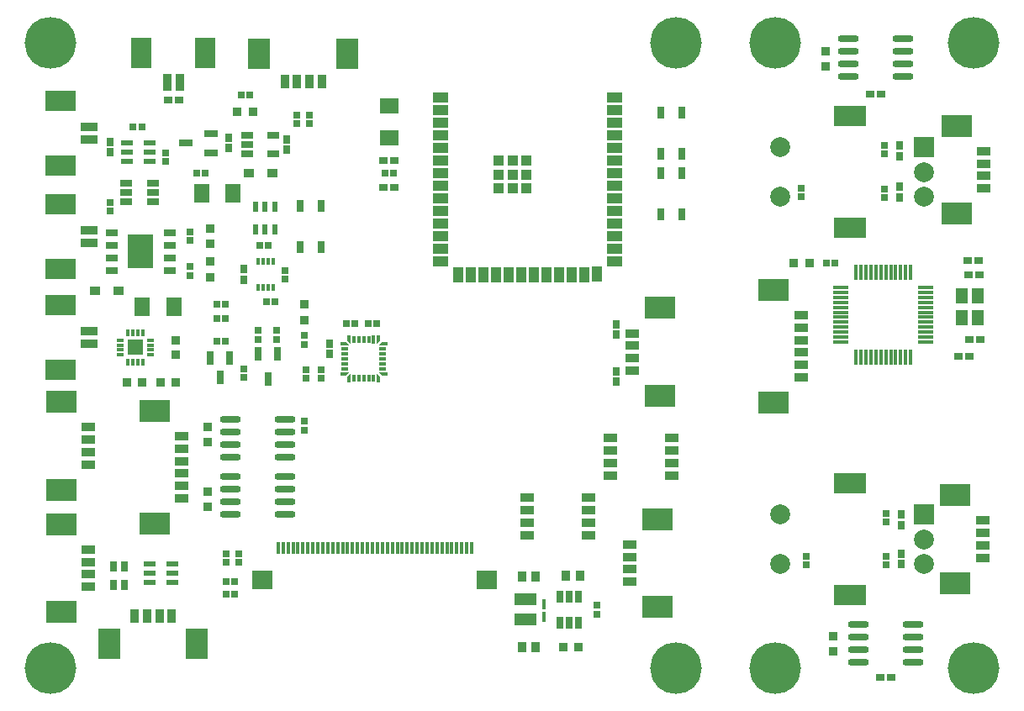
<source format=gts>
G04 Layer: TopSolderMaskLayer*
G04 EasyEDA Pro v1.9.29, 2023-05-19 09:05:19*
G04 Gerber Generator version 0.3*
G04 Scale: 100 percent, Rotated: No, Reflected: No*
G04 Dimensions in millimeters*
G04 Leading zeros omitted, absolute positions, 3 integers and 3 decimals*
%FSLAX33Y33*%
%MOMM*%
%AMPolygonMacro1*4,1,8,-0.200012,-0.350012,-0.200012,0.350012,-0.15,0.400025,0.15,0.400025,0.200012,0.350012,0.200012,-0.350012,0.15,-0.400025,-0.15,-0.400025,-0.200012,-0.350012,0*%
%AMPolygonMacro2*4,1,12,-0.200025,-0.33749,-0.200025,0.33749,-0.150012,0.387502,-0.100025,0.387502,-0.064663,0.372856,-0.064663,0.372856,0.185375,0.122844,0.185375,0.122844,0.200025,0.087478,0.200025,-0.33749,0.150012,-0.387502,-0.150012,-0.387502,-0.200025,-0.33749,0*%
%AMPolygonMacro3*4,1,10,-0.122882,-0.185375,-0.372894,0.064663,-0.38754,0.100025,-0.38754,0.150012,-0.337528,0.200025,0.337528,0.200025,0.38754,0.150012,0.38754,-0.150012,0.337528,-0.200025,-0.087516,-0.200025,-0.122882,-0.185375,0*%
%AMPolygonMacro4*4,1,11,-0.200038,-0.337528,-0.200038,0.337528,-0.150025,0.38754,0.15,0.38754,0.200012,0.337531,0.200038,-0.087513,0.200038,-0.087516,0.185388,-0.122882,-0.06465,-0.372894,-0.100013,-0.38754,-0.150025,-0.38754,-0.200038,-0.337528,0*%
%AMPolygonMacro5*4,1,13,0.33749,-0.200025,0.337488,-0.200025,-0.337492,-0.2,-0.387502,-0.149987,-0.387502,-0.100025,-0.372856,-0.064663,-0.372856,-0.064663,-0.122844,0.185375,-0.122844,0.185375,-0.087478,0.200025,0.33749,0.200025,0.387502,0.150012,0.387502,-0.150012,0.33749,-0.200025,0*%
%AMPolygonMacro6*4,1,10,-0.38754,-0.150012,-0.38754,0.150012,-0.337528,0.200025,0.087516,0.200025,0.122882,0.185375,0.372894,-0.064663,0.38754,-0.100025,0.38754,-0.150012,0.337528,-0.200025,-0.337528,-0.200025,-0.38754,-0.150012,0*%
%AMPolygonMacro7*4,1,12,0.064663,-0.372856,0.064663,-0.372856,-0.185375,-0.122844,-0.185375,-0.122844,-0.200025,-0.087478,-0.200025,0.33749,-0.150012,0.387502,0.150012,0.387502,0.200025,0.33749,0.200025,-0.33749,0.150012,-0.387502,0.100025,-0.387502,0.064663,-0.372856,0*%
%AMPolygonMacro8*4,1,10,0.150012,-0.38754,-0.150012,-0.38754,-0.200025,-0.337528,-0.200025,0.087516,-0.185375,0.122882,0.064663,0.372894,0.100025,0.38754,0.150012,0.38754,0.200025,0.337528,0.200025,-0.337528,0.150012,-0.38754,0*%
%AMPolygonMacro9*4,1,12,-0.387502,-0.150012,-0.387502,0.150012,-0.33749,0.200025,0.33749,0.200025,0.387502,0.150012,0.387502,0.100025,0.372856,0.064663,0.372856,0.064663,0.122844,-0.185375,0.122844,-0.185375,0.087478,-0.200025,-0.33749,-0.200025,-0.387502,-0.150012,0*%
%ADD10R,1.600022X1.000023*%
%ADD11R,1.000023X1.600022*%
%ADD12R,1.600022X1.000023*%
%ADD13R,1.001598X1.001598*%
%ADD14R,1.829587X1.586611*%
%ADD15R,0.891692X0.641604*%
%ADD16R,0.400025X1.300023*%
%ADD17R,2.100021X1.900022*%
%ADD18R,0.6432X0.667258*%
%ADD19R,0.641604X0.667258*%
%ADD20R,0.667258X0.641604*%
%ADD21R,0.891692X0.641604*%
%ADD22R,0.801599X1.151611*%
%ADD23R,1.25161X1.501597*%
%ADD24R,1.201598X0.801599*%
%ADD25R,1.201598X0.801599*%
%ADD26R,0.641604X0.891692*%
%ADD27R,1.35161X0.801599*%
%ADD28R,1.101598X0.851611*%
%ADD29R,0.667258X0.641604*%
%ADD30R,1.586611X1.829587*%
%ADD31R,1.301598X0.701599*%
%ADD32R,2.501595X3.401593*%
%ADD33R,0.901598X0.901598*%
%ADD34R,0.641604X0.667258*%
%ADD35R,0.667258X0.641604*%
%ADD36R,1.173607X0.633603*%
%ADD37R,0.702005X1.202004*%
%ADD38R,2.301596X1.301598*%
%ADD39R,0.461594X1.031596*%
%ADD40R,0.901598X1.001598*%
%ADD41R,0.901598X1.001598*%
%ADD42R,0.908075X0.965606*%
%ADD43O,1.600022X0.370027*%
%ADD44O,0.370027X1.600022*%
%ADD45C,5.2032*%
%ADD46R,1.999996X1.999996*%
%ADD47C,1.999996*%
%ADD48R,3.199994X1.999996*%
%ADD49R,1.701597X0.901598*%
%ADD50R,3.101594X2.101596*%
%ADD51R,1.401597X0.901598*%
%ADD52R,3.101594X2.201596*%
%ADD53R,0.701599X0.351612*%
%ADD54R,0.351612X0.701599*%
%ADD55R,0.701599X0.351612*%
%ADD56R,0.351612X0.701599*%
%ADD57R,1.601597X1.601597*%
%ADD58R,0.965606X0.908075*%
%ADD59R,1.586611X1.829587*%
%ADD60R,0.908075X0.965606*%
%ADD61R,0.901598X1.401597*%
%ADD62R,2.201596X3.101594*%
%ADD63R,0.800024X0.400025*%
%ADD64R,0.400025X0.800024*%
%ADD65R,1.401597X0.901598*%
%ADD66R,3.101594X2.201596*%
%ADD67R,0.641604X0.891692*%
%ADD68R,0.633603X1.09159*%
%ADD69R,0.361594X0.801599*%
%ADD70R,0.901598X1.701597*%
%ADD71R,2.101596X3.101594*%
%ADD72R,1.35161X0.8636*%
%ADD73R,3.101594X2.201596*%
%ADD74R,1.401597X0.901598*%
%ADD75O,2.137105X0.675589*%
%ADD76R,0.965606X0.908075*%
%ADD77R,0.801599X1.151611*%
%ADD78R,0.801599X1.35161*%
%ADD79R,0.801599X1.35161*%
%ADD80R,1.202004X0.702005*%
%ADD81R,0.901598X0.901598*%
%ADD82R,1.101598X0.851611*%
%ADD83R,0.901598X1.401597*%
%ADD84R,2.201596X3.101594*%
%ADD85R,0.901598X0.901598*%
%ADD86R,0.801599X1.001598*%
%ADD87PolygonMacro1*%
%ADD88PolygonMacro2*%
%ADD89PolygonMacro3*%
%ADD90PolygonMacro4*%
%ADD91PolygonMacro5*%
%ADD92PolygonMacro6*%
%ADD93PolygonMacro7*%
%ADD94PolygonMacro8*%
%ADD95PolygonMacro9*%
G75*


G04 Pad Start*
G54D10*
G01X44336Y-10536D03*
G01X44336Y-11806D03*
G01X44336Y-13076D03*
G01X44336Y-14346D03*
G01X44336Y-15616D03*
G01X44336Y-16886D03*
G01X44336Y-18156D03*
G01X44336Y-19426D03*
G01X44336Y-20696D03*
G01X44336Y-21966D03*
G01X44336Y-23236D03*
G01X44336Y-24506D03*
G01X44336Y-25776D03*
G01X44336Y-27046D03*
G54D11*
G01X46101Y-28326D03*
G01X47371Y-28326D03*
G01X48641Y-28326D03*
G01X49911Y-28326D03*
G01X51181Y-28326D03*
G01X52451Y-28326D03*
G01X53721Y-28326D03*
G01X54991Y-28326D03*
G01X56261Y-28326D03*
G01X57531Y-28326D03*
G01X58801Y-28326D03*
G01X60071Y-28296D03*
G54D12*
G01X61836Y-27046D03*
G01X61836Y-25776D03*
G01X61836Y-24506D03*
G01X61836Y-23236D03*
G01X61836Y-21966D03*
G01X61836Y-20696D03*
G01X61836Y-19426D03*
G01X61836Y-18156D03*
G01X61836Y-16886D03*
G01X61836Y-15616D03*
G01X61836Y-14346D03*
G01X61836Y-13076D03*
G01X61836Y-11806D03*
G01X61836Y-10536D03*
G54D13*
G01X52986Y-19656D03*
G01X51586Y-19656D03*
G01X50186Y-19656D03*
G01X50186Y-16856D03*
G01X51586Y-16856D03*
G01X52986Y-16856D03*
G01X52986Y-18256D03*
G01X50186Y-18256D03*
G01X51586Y-18256D03*
G54D14*
G01X39116Y-14547D03*
G01X39116Y-11361D03*
G54D15*
G01X38571Y-16891D03*
G01X39661Y-16891D03*
G54D16*
G01X27950Y-55875D03*
G01X28450Y-55875D03*
G01X28950Y-55875D03*
G01X29450Y-55875D03*
G01X29950Y-55875D03*
G01X30450Y-55875D03*
G01X30950Y-55875D03*
G01X31450Y-55875D03*
G01X31950Y-55875D03*
G01X32450Y-55875D03*
G01X32950Y-55875D03*
G01X33450Y-55875D03*
G01X33950Y-55875D03*
G01X34450Y-55875D03*
G01X34950Y-55875D03*
G01X35450Y-55875D03*
G01X35950Y-55875D03*
G01X36450Y-55875D03*
G01X36950Y-55875D03*
G01X37450Y-55875D03*
G01X37950Y-55875D03*
G01X38450Y-55875D03*
G01X38950Y-55875D03*
G01X39450Y-55875D03*
G01X39950Y-55875D03*
G01X40450Y-55875D03*
G01X40950Y-55875D03*
G01X41450Y-55875D03*
G01X41950Y-55875D03*
G01X42450Y-55875D03*
G01X42950Y-55875D03*
G01X43450Y-55875D03*
G01X43950Y-55875D03*
G01X44450Y-55875D03*
G01X44950Y-55875D03*
G01X45450Y-55875D03*
G01X45950Y-55875D03*
G01X46450Y-55875D03*
G01X46950Y-55875D03*
G01X47450Y-55875D03*
G54D17*
G01X26400Y-59125D03*
G01X49000Y-59125D03*
G54D19*
G01X30734Y-38787D03*
G01X30734Y-37921D03*
G54D20*
G01X38683Y-18161D03*
G01X39549Y-18161D03*
G54D21*
G01X39661Y-19558D03*
G01X38571Y-19558D03*
G54D22*
G01X68639Y-11997D03*
G01X68639Y-16197D03*
G01X66489Y-11997D03*
G01X66489Y-16197D03*
G01X68639Y-18093D03*
G01X68639Y-22293D03*
G01X66489Y-18093D03*
G01X66489Y-22293D03*
G54D19*
G01X31115Y-13133D03*
G01X31115Y-12267D03*
G01X29845Y-13133D03*
G01X29845Y-12267D03*
G54D20*
G01X22681Y-59309D03*
G01X23547Y-59309D03*
G01X22681Y-60579D03*
G01X23547Y-60579D03*
G54D23*
G01X96821Y-32659D03*
G01X96821Y-30460D03*
G01X98421Y-30460D03*
G01X98421Y-32659D03*
G54D15*
G01X97583Y-34861D03*
G01X98674Y-34861D03*
G54D21*
G01X98547Y-28384D03*
G01X97456Y-28384D03*
G54D24*
G01X24868Y-14289D03*
G01X24868Y-15239D03*
G01X24868Y-16191D03*
G54D25*
G01X27456Y-16191D03*
G01X27456Y-14291D03*
G54D26*
G01X28829Y-15785D03*
G01X28829Y-14695D03*
G54D27*
G01X18689Y-15113D03*
G01X21189Y-14163D03*
G01X21189Y-16063D03*
G54D26*
G01X22987Y-15621D03*
G01X22987Y-14531D03*
G54D28*
G01X24989Y-18161D03*
G01X27335Y-18161D03*
G54D29*
G01X19760Y-18161D03*
G01X20626Y-18161D03*
G54D30*
G01X23437Y-20193D03*
G01X20251Y-20193D03*
G54D31*
G01X11189Y-24130D03*
G01X11189Y-25400D03*
G01X11189Y-26670D03*
G01X11189Y-27940D03*
G01X17005Y-27940D03*
G01X17005Y-26670D03*
G01X17005Y-25400D03*
G01X17005Y-24130D03*
G54D32*
G01X14097Y-26035D03*
G54D33*
G01X21079Y-27014D03*
G01X21085Y-28612D03*
G01X21082Y-25273D03*
G01X21075Y-23674D03*
G54D34*
G01X19050Y-24026D03*
G01X19050Y-24892D03*
G54D19*
G01X19050Y-28425D03*
G01X19050Y-27559D03*
G01X24003Y-57329D03*
G01X24003Y-56463D03*
G01X22733Y-57329D03*
G01X22733Y-56463D03*
G54D34*
G01X32258Y-37921D03*
G01X32258Y-38787D03*
G54D20*
G01X34821Y-33274D03*
G01X35687Y-33274D03*
G54D35*
G01X37898Y-33274D03*
G01X37032Y-33274D03*
G54D36*
G01X14980Y-59370D03*
G01X14980Y-58420D03*
G01X14980Y-57470D03*
G01X17278Y-57470D03*
G01X17278Y-58420D03*
G01X17278Y-59370D03*
G54D37*
G01X58227Y-63453D03*
G01X57277Y-63453D03*
G01X56327Y-63453D03*
G01X56327Y-60753D03*
G01X57277Y-60753D03*
G01X58227Y-60753D03*
G54D38*
G01X52832Y-63119D03*
G01X52832Y-61063D03*
G54D39*
G01X54737Y-62865D03*
G01X54737Y-61595D03*
G54D19*
G01X60071Y-62536D03*
G01X60071Y-61670D03*
G54D40*
G01X53913Y-58801D03*
G01X52513Y-58801D03*
G01X53913Y-65913D03*
G01X52513Y-65913D03*
G54D41*
G01X56958Y-58674D03*
G01X58358Y-58674D03*
G54D42*
G01X58166Y-65913D03*
G01X56659Y-65913D03*
G54D43*
G01X93150Y-35135D03*
G01X93150Y-34635D03*
G01X93150Y-34135D03*
G01X93150Y-33635D03*
G01X93150Y-33135D03*
G01X93150Y-32635D03*
G01X93150Y-32135D03*
G01X93150Y-31635D03*
G01X93150Y-31135D03*
G01X93150Y-30635D03*
G01X93150Y-30135D03*
G01X93150Y-29635D03*
G54D44*
G01X91650Y-28135D03*
G01X91150Y-28135D03*
G01X90650Y-28135D03*
G01X90150Y-28135D03*
G01X89650Y-28135D03*
G01X89150Y-28135D03*
G01X88650Y-28135D03*
G01X88150Y-28135D03*
G01X87650Y-28135D03*
G01X87150Y-28135D03*
G01X86650Y-28135D03*
G01X86150Y-28135D03*
G54D43*
G01X84650Y-29635D03*
G01X84650Y-30135D03*
G01X84650Y-30635D03*
G01X84650Y-31135D03*
G01X84650Y-31635D03*
G01X84650Y-32135D03*
G01X84650Y-32635D03*
G01X84650Y-33135D03*
G01X84650Y-33635D03*
G01X84650Y-34135D03*
G01X84650Y-34635D03*
G01X84650Y-35135D03*
G54D44*
G01X86150Y-36635D03*
G01X86650Y-36635D03*
G01X87150Y-36635D03*
G01X87650Y-36635D03*
G01X88150Y-36635D03*
G01X88650Y-36635D03*
G01X89150Y-36635D03*
G01X89650Y-36635D03*
G01X90150Y-36635D03*
G01X90650Y-36635D03*
G01X91150Y-36635D03*
G01X91650Y-36635D03*
G54D45*
G01X5000Y-5000D03*
G01X68000Y-5000D03*
G01X5000Y-68000D03*
G01X68000Y-68000D03*
G54D46*
G01X93000Y-52500D03*
G54D47*
G01X93000Y-57500D03*
G01X93000Y-55000D03*
G54D48*
G01X85500Y-49400D03*
G01X85500Y-60600D03*
G54D47*
G01X78500Y-57500D03*
G01X78500Y-52500D03*
G54D46*
G01X93000Y-15500D03*
G54D47*
G01X93000Y-20500D03*
G01X93000Y-18000D03*
G54D48*
G01X85500Y-12400D03*
G01X85500Y-23600D03*
G54D47*
G01X78500Y-20500D03*
G01X78500Y-15500D03*
G54D49*
G01X8943Y-14727D03*
G01X8943Y-13467D03*
G54D50*
G01X6043Y-10867D03*
G01X6043Y-17327D03*
G54D51*
G01X8868Y-56037D03*
G01X8868Y-57287D03*
G01X8868Y-58537D03*
G01X8868Y-59787D03*
G54D52*
G01X6118Y-62337D03*
G01X6118Y-53487D03*
G54D53*
G01X15089Y-36435D03*
G01X15089Y-35935D03*
G01X15089Y-35435D03*
G01X15089Y-34935D03*
G54D54*
G01X14337Y-34187D03*
G01X13837Y-34187D03*
G01X13337Y-34187D03*
G01X12837Y-34187D03*
G54D55*
G01X12089Y-34937D03*
G01X12089Y-35437D03*
G01X12089Y-35937D03*
G01X12089Y-36435D03*
G54D56*
G01X12837Y-37187D03*
G01X13337Y-37187D03*
G01X13837Y-37187D03*
G01X14337Y-37187D03*
G54D57*
G01X13589Y-35687D03*
G54D58*
G01X17653Y-34934D03*
G01X17653Y-36440D03*
G54D59*
G01X14282Y-31623D03*
G01X17468Y-31623D03*
G54D49*
G01X8943Y-35301D03*
G01X8943Y-34041D03*
G54D50*
G01X6043Y-31441D03*
G01X6043Y-37901D03*
G54D60*
G01X16138Y-39243D03*
G01X17644Y-39243D03*
G01X12709Y-39243D03*
G01X14215Y-39243D03*
G54D61*
G01X32355Y-8868D03*
G01X31105Y-8868D03*
G01X29855Y-8868D03*
G01X28605Y-8868D03*
G54D62*
G01X26055Y-6118D03*
G01X34905Y-6118D03*
G54D63*
G01X34651Y-35830D03*
G01X34651Y-36330D03*
G01X34651Y-36830D03*
G01X34651Y-37330D03*
G01X34651Y-37830D03*
G54D64*
G01X35576Y-38755D03*
G01X36076Y-38755D03*
G01X36576Y-38755D03*
G01X37076Y-38755D03*
G01X37576Y-38755D03*
G54D63*
G01X38501Y-37830D03*
G01X38501Y-37330D03*
G01X38501Y-36830D03*
G01X38501Y-36330D03*
G01X38501Y-35830D03*
G54D64*
G01X37076Y-34905D03*
G01X36576Y-34905D03*
G01X36076Y-34905D03*
G01X35576Y-34905D03*
G54D65*
G01X63395Y-59279D03*
G01X63395Y-58029D03*
G01X63395Y-56779D03*
G01X63395Y-55529D03*
G54D66*
G01X66145Y-52979D03*
G01X66145Y-61829D03*
G54D45*
G01X78000Y-5000D03*
G01X98000Y-5000D03*
G01X78000Y-68000D03*
G01X98000Y-68000D03*
G54D21*
G01X17944Y-10795D03*
G01X16854Y-10795D03*
G54D19*
G01X28669Y-28787D03*
G01X28669Y-27922D03*
G54D67*
G01X24478Y-27772D03*
G01X24478Y-28862D03*
G54D35*
G01X26942Y-25433D03*
G01X26077Y-25433D03*
G54D68*
G01X25687Y-23784D03*
G01X26637Y-23784D03*
G01X27587Y-23784D03*
G01X27587Y-21494D03*
G01X26637Y-21494D03*
G01X25687Y-21494D03*
G54D69*
G01X27420Y-26971D03*
G01X26920Y-26971D03*
G01X26420Y-26971D03*
G01X25920Y-26971D03*
G01X25920Y-29671D03*
G01X26420Y-29671D03*
G01X26920Y-29671D03*
G01X27420Y-29671D03*
G54D70*
G01X16769Y-8943D03*
G01X18029Y-8943D03*
G54D71*
G01X20629Y-6043D03*
G01X14169Y-6043D03*
G54D51*
G01X8868Y-43718D03*
G01X8868Y-44968D03*
G01X8868Y-46218D03*
G01X8868Y-47468D03*
G54D52*
G01X6118Y-50018D03*
G01X6118Y-41168D03*
G54D35*
G01X27611Y-31115D03*
G01X26745Y-31115D03*
G54D72*
G01X61441Y-44831D03*
G01X67591Y-44831D03*
G01X67591Y-48641D03*
G01X61441Y-48641D03*
G01X61441Y-47371D03*
G01X67591Y-47371D03*
G01X67591Y-46101D03*
G01X61441Y-46101D03*
G54D65*
G01X63621Y-38004D03*
G01X63621Y-36753D03*
G01X63621Y-35503D03*
G01X63621Y-34253D03*
G54D66*
G01X66371Y-31703D03*
G01X66371Y-40553D03*
G54D26*
G01X61976Y-34417D03*
G01X61976Y-33327D03*
G54D67*
G01X61976Y-38063D03*
G01X61976Y-39153D03*
G54D73*
G01X15516Y-53427D03*
G01X15516Y-42077D03*
G54D74*
G01X18266Y-50877D03*
G01X18266Y-49627D03*
G01X18266Y-48377D03*
G01X18266Y-47127D03*
G01X18266Y-45877D03*
G01X18266Y-44627D03*
G54D75*
G01X28665Y-52462D03*
G01X28665Y-51192D03*
G01X28665Y-49922D03*
G01X28665Y-48652D03*
G01X23129Y-52462D03*
G01X23129Y-51192D03*
G01X23129Y-49922D03*
G01X23129Y-48652D03*
G01X28676Y-46736D03*
G01X28676Y-45466D03*
G01X28676Y-44196D03*
G01X28676Y-42926D03*
G01X23140Y-46736D03*
G01X23140Y-45466D03*
G01X23140Y-44196D03*
G01X23140Y-42926D03*
G54D58*
G01X20828Y-43697D03*
G01X20828Y-45203D03*
G54D76*
G01X20817Y-51691D03*
G01X20817Y-50184D03*
G54D77*
G01X30167Y-25595D03*
G01X30167Y-21395D03*
G01X32317Y-25595D03*
G01X32317Y-21395D03*
G54D78*
G01X26924Y-38842D03*
G01X25974Y-36342D03*
G01X27874Y-36342D03*
G54D19*
G01X27813Y-34850D03*
G01X27813Y-33984D03*
G01X24511Y-38712D03*
G01X24511Y-37846D03*
G54D20*
G01X21792Y-35052D03*
G01X22658Y-35052D03*
G54D19*
G01X25908Y-34850D03*
G01X25908Y-33984D03*
G54D79*
G01X23048Y-36719D03*
G01X21148Y-36719D03*
G01X22098Y-38719D03*
G54D75*
G01X91922Y-67437D03*
G01X91922Y-66167D03*
G01X91922Y-64897D03*
G01X91922Y-63627D03*
G01X86386Y-67437D03*
G01X86386Y-66167D03*
G01X86386Y-64897D03*
G01X86386Y-63627D03*
G01X90906Y-8382D03*
G01X90906Y-7112D03*
G01X90906Y-5842D03*
G01X90906Y-4572D03*
G01X85370Y-8382D03*
G01X85370Y-7112D03*
G01X85370Y-5842D03*
G01X85370Y-4572D03*
G54D58*
G01X83058Y-5851D03*
G01X83058Y-7357D03*
G54D76*
G01X83820Y-66285D03*
G01X83820Y-64779D03*
G54D73*
G01X77873Y-41235D03*
G01X77873Y-29885D03*
G54D74*
G01X80623Y-38685D03*
G01X80623Y-37435D03*
G01X80623Y-36185D03*
G01X80623Y-34935D03*
G01X80623Y-33685D03*
G01X80623Y-32435D03*
G54D51*
G01X98911Y-53116D03*
G01X98911Y-54366D03*
G01X98911Y-55616D03*
G01X98911Y-56866D03*
G54D52*
G01X96161Y-59416D03*
G01X96161Y-50566D03*
G54D26*
G01X33147Y-36359D03*
G01X33147Y-35269D03*
G54D15*
G01X87593Y-10160D03*
G01X88683Y-10160D03*
G01X88609Y-68961D03*
G01X89699Y-68961D03*
G01X96483Y-36576D03*
G01X97573Y-36576D03*
G54D34*
G01X80645Y-19633D03*
G01X80645Y-20499D03*
G54D67*
G01X90551Y-15330D03*
G01X90551Y-16420D03*
G54D19*
G01X89027Y-16181D03*
G01X89027Y-15315D03*
G54D34*
G01X89027Y-19708D03*
G01X89027Y-20574D03*
G54D26*
G01X90551Y-20574D03*
G01X90551Y-19484D03*
G54D34*
G01X81153Y-56717D03*
G01X81153Y-57583D03*
G54D67*
G01X90678Y-52504D03*
G01X90678Y-53594D03*
G54D19*
G01X89154Y-53265D03*
G01X89154Y-52399D03*
G54D34*
G01X89154Y-56717D03*
G01X89154Y-57583D03*
G54D26*
G01X90678Y-57531D03*
G01X90678Y-56441D03*
G54D35*
G01X22658Y-31369D03*
G01X21792Y-31369D03*
G54D20*
G01X21792Y-32766D03*
G01X22658Y-32766D03*
G54D72*
G01X53059Y-50800D03*
G01X59209Y-50800D03*
G01X59209Y-54610D03*
G01X53059Y-54610D03*
G01X53059Y-53340D03*
G01X59209Y-53340D03*
G01X59209Y-52070D03*
G01X53059Y-52070D03*
G54D34*
G01X30607Y-43128D03*
G01X30607Y-43994D03*
G54D36*
G01X14992Y-16952D03*
G01X14992Y-16002D03*
G01X14992Y-15052D03*
G01X12694Y-15052D03*
G01X12694Y-16002D03*
G01X12694Y-16952D03*
G54D80*
G01X12620Y-21016D03*
G01X12620Y-20066D03*
G01X12620Y-19116D03*
G01X15320Y-19116D03*
G01X15320Y-20066D03*
G01X15320Y-21016D03*
G54D67*
G01X11049Y-14949D03*
G01X11049Y-16039D03*
G54D20*
G01X13358Y-13462D03*
G01X14224Y-13462D03*
G54D34*
G01X16637Y-16077D03*
G01X16637Y-16943D03*
G54D33*
G01X30610Y-32930D03*
G01X30604Y-31332D03*
G54D34*
G01X30607Y-34492D03*
G01X30607Y-35358D03*
G54D81*
G01X81444Y-27175D03*
G01X79846Y-27181D03*
G54D20*
G01X83133Y-27178D03*
G01X83999Y-27178D03*
G54D15*
G01X97372Y-26924D03*
G01X98462Y-26924D03*
G54D49*
G01X8943Y-25141D03*
G01X8943Y-23881D03*
G54D50*
G01X6043Y-21281D03*
G01X6043Y-27741D03*
G54D82*
G01X9495Y-29972D03*
G01X11841Y-29972D03*
G54D19*
G01X11049Y-21971D03*
G01X11049Y-21105D03*
G54D83*
G01X13492Y-62760D03*
G01X14742Y-62760D03*
G01X15992Y-62760D03*
G01X17242Y-62760D03*
G54D84*
G01X19792Y-65510D03*
G01X10942Y-65510D03*
G54D20*
G01X24205Y-10287D03*
G01X25071Y-10287D03*
G54D85*
G01X23838Y-11941D03*
G01X25438Y-11935D03*
G54D51*
G01X99038Y-15905D03*
G01X99038Y-17155D03*
G01X99038Y-18405D03*
G01X99038Y-19655D03*
G54D52*
G01X96288Y-22205D03*
G01X96288Y-13355D03*
G54D86*
G01X11388Y-59589D03*
G01X12488Y-59589D03*
G01X12488Y-57759D03*
G01X11388Y-57759D03*
G54D87*
G01X37576Y-34905D03*
G54D88*
G01X38076Y-38768D03*
G54D89*
G01X38513Y-38330D03*
G54D90*
G01X38076Y-34893D03*
G54D91*
G01X38514Y-35330D03*
G54D92*
G01X34639Y-35330D03*
G54D93*
G01X35076Y-34892D03*
G54D94*
G01X35076Y-38767D03*
G54D95*
G01X34638Y-38330D03*
G04 Pad End*

M02*

</source>
